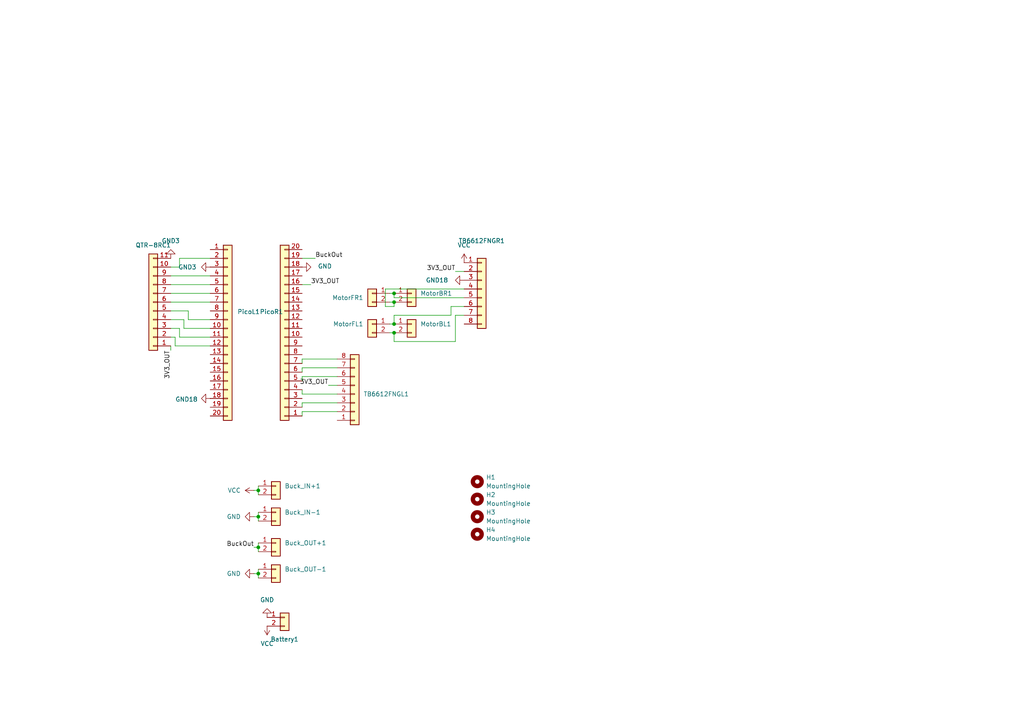
<source format=kicad_sch>
(kicad_sch (version 20250114) (generator "eeschema") (generator_version "9.0")
  (paper "A4")
  (lib_symbols
    (symbol "Connector_Generic:Conn_01x02" (pin_names (offset 1.016) (hide yes))
      (property "Reference" "J" (at 0 2.54 0))
      (property "Value" "Conn_01x02" (at 0 -5.08 0))
      (symbol "Conn_01x02_1_1"
        (rectangle (start -1.27 1.27) (end 1.27 -3.81) (stroke (width 0.254)) (fill (type background)))
        (rectangle (start -1.27 0.127) (end 0 -0.127) (stroke (width 0.1524)))
        (rectangle (start -1.27 -2.413) (end 0 -2.667) (stroke (width 0.1524)))
        (pin passive line (at -5.08 0 0) (length 3.81) (name "Pin_1") (number "1"))
        (pin passive line (at -5.08 -2.54 0) (length 3.81) (name "Pin_2") (number "2"))
      )
    )
    (symbol "Connector_Generic:Conn_01x08" (pin_names (offset 1.016) (hide yes))
      (property "Reference" "J" (at 0 10.16 0))
      (property "Value" "Conn_01x08" (at 0 -12.7 0))
      (symbol "Conn_01x08_1_1"
        (rectangle (start -1.27 8.89) (end 1.27 -11.43) (stroke (width 0.254)) (fill (type background)))
        (rectangle (start -1.27 7.747) (end 0 7.493) (stroke (width 0.1524)))
        (rectangle (start -1.27 5.207) (end 0 4.953) (stroke (width 0.1524)))
        (rectangle (start -1.27 2.667) (end 0 2.413) (stroke (width 0.1524)))
        (rectangle (start -1.27 0.127) (end 0 -0.127) (stroke (width 0.1524)))
        (rectangle (start -1.27 -2.413) (end 0 -2.667) (stroke (width 0.1524)))
        (rectangle (start -1.27 -4.953) (end 0 -5.207) (stroke (width 0.1524)))
        (rectangle (start -1.27 -7.493) (end 0 -7.747) (stroke (width 0.1524)))
        (rectangle (start -1.27 -10.033) (end 0 -10.287) (stroke (width 0.1524)))
        (pin passive line (at -5.08 7.62 0) (length 3.81) (name "Pin_1") (number "1"))
        (pin passive line (at -5.08 5.08 0) (length 3.81) (name "Pin_2") (number "2"))
        (pin passive line (at -5.08 2.54 0) (length 3.81) (name "Pin_3") (number "3"))
        (pin passive line (at -5.08 0 0) (length 3.81) (name "Pin_4") (number "4"))
        (pin passive line (at -5.08 -2.54 0) (length 3.81) (name "Pin_5") (number "5"))
        (pin passive line (at -5.08 -5.08 0) (length 3.81) (name "Pin_6") (number "6"))
        (pin passive line (at -5.08 -7.62 0) (length 3.81) (name "Pin_7") (number "7"))
        (pin passive line (at -5.08 -10.16 0) (length 3.81) (name "Pin_8") (number "8"))
      )
    )
    (symbol "Connector_Generic:Conn_01x11" (pin_names (offset 1.016) (hide yes))
      (property "Reference" "J" (at 0 15.24 0))
      (property "Value" "Conn_01x11" (at 0 -15.24 0))
      (symbol "Conn_01x11_1_1"
        (rectangle (start -1.27 13.97) (end 1.27 -13.97) (stroke (width 0.254)) (fill (type background)))
        (rectangle (start -1.27 12.827) (end 0 12.573) (stroke (width 0.1524)))
        (rectangle (start -1.27 10.287) (end 0 10.033) (stroke (width 0.1524)))
        (rectangle (start -1.27 7.747) (end 0 7.493) (stroke (width 0.1524)))
        (rectangle (start -1.27 5.207) (end 0 4.953) (stroke (width 0.1524)))
        (rectangle (start -1.27 2.667) (end 0 2.413) (stroke (width 0.1524)))
        (rectangle (start -1.27 0.127) (end 0 -0.127) (stroke (width 0.1524)))
        (rectangle (start -1.27 -2.413) (end 0 -2.667) (stroke (width 0.1524)))
        (rectangle (start -1.27 -4.953) (end 0 -5.207) (stroke (width 0.1524)))
        (rectangle (start -1.27 -7.493) (end 0 -7.747) (stroke (width 0.1524)))
        (rectangle (start -1.27 -10.033) (end 0 -10.287) (stroke (width 0.1524)))
        (rectangle (start -1.27 -12.573) (end 0 -12.827) (stroke (width 0.1524)))
        (pin passive line (at -5.08 12.7 0) (length 3.81) (name "Pin_1") (number "1"))
        (pin passive line (at -5.08 10.16 0) (length 3.81) (name "Pin_2") (number "2"))
        (pin passive line (at -5.08 7.62 0) (length 3.81) (name "Pin_3") (number "3"))
        (pin passive line (at -5.08 5.08 0) (length 3.81) (name "Pin_4") (number "4"))
        (pin passive line (at -5.08 2.54 0) (length 3.81) (name "Pin_5") (number "5"))
        (pin passive line (at -5.08 0 0) (length 3.81) (name "Pin_6") (number "6"))
        (pin passive line (at -5.08 -2.54 0) (length 3.81) (name "Pin_7") (number "7"))
        (pin passive line (at -5.08 -5.08 0) (length 3.81) (name "Pin_8") (number "8"))
        (pin passive line (at -5.08 -7.62 0) (length 3.81) (name "Pin_9") (number "9"))
        (pin passive line (at -5.08 -10.16 0) (length 3.81) (name "Pin_10") (number "10"))
        (pin passive line (at -5.08 -12.7 0) (length 3.81) (name "Pin_11") (number "11"))
      )
    )
    (symbol "Connector_Generic:Conn_01x20" (pin_names (offset 1.016) (hide yes))
      (property "Reference" "J" (at 0 25.4 0))
      (property "Value" "Conn_01x20" (at 0 -27.94 0))
      (symbol "Conn_01x20_1_1"
        (rectangle (start -1.27 24.13) (end 1.27 -26.67) (stroke (width 0.254)) (fill (type background)))
        (rectangle (start -1.27 22.987) (end 0 22.733) (stroke (width 0.1524)))
        (rectangle (start -1.27 20.447) (end 0 20.193) (stroke (width 0.1524)))
        (rectangle (start -1.27 17.907) (end 0 17.653) (stroke (width 0.1524)))
        (rectangle (start -1.27 15.367) (end 0 15.113) (stroke (width 0.1524)))
        (rectangle (start -1.27 12.827) (end 0 12.573) (stroke (width 0.1524)))
        (rectangle (start -1.27 10.287) (end 0 10.033) (stroke (width 0.1524)))
        (rectangle (start -1.27 7.747) (end 0 7.493) (stroke (width 0.1524)))
        (rectangle (start -1.27 5.207) (end 0 4.953) (stroke (width 0.1524)))
        (rectangle (start -1.27 2.667) (end 0 2.413) (stroke (width 0.1524)))
        (rectangle (start -1.27 0.127) (end 0 -0.127) (stroke (width 0.1524)))
        (rectangle (start -1.27 -2.413) (end 0 -2.667) (stroke (width 0.1524)))
        (rectangle (start -1.27 -4.953) (end 0 -5.207) (stroke (width 0.1524)))
        (rectangle (start -1.27 -7.493) (end 0 -7.747) (stroke (width 0.1524)))
        (rectangle (start -1.27 -10.033) (end 0 -10.287) (stroke (width 0.1524)))
        (rectangle (start -1.27 -12.573) (end 0 -12.827) (stroke (width 0.1524)))
        (rectangle (start -1.27 -15.113) (end 0 -15.367) (stroke (width 0.1524)))
        (rectangle (start -1.27 -17.653) (end 0 -17.907) (stroke (width 0.1524)))
        (rectangle (start -1.27 -20.193) (end 0 -20.447) (stroke (width 0.1524)))
        (rectangle (start -1.27 -22.733) (end 0 -22.987) (stroke (width 0.1524)))
        (rectangle (start -1.27 -25.273) (end 0 -25.527) (stroke (width 0.1524)))
        (pin passive line (at -5.08 22.86 0) (length 3.81) (name "Pin_1") (number "1"))
        (pin passive line (at -5.08 20.32 0) (length 3.81) (name "Pin_2") (number "2"))
        (pin passive line (at -5.08 17.78 0) (length 3.81) (name "Pin_3") (number "3"))
        (pin passive line (at -5.08 15.24 0) (length 3.81) (name "Pin_4") (number "4"))
        (pin passive line (at -5.08 12.7 0) (length 3.81) (name "Pin_5") (number "5"))
        (pin passive line (at -5.08 10.16 0) (length 3.81) (name "Pin_6") (number "6"))
        (pin passive line (at -5.08 7.62 0) (length 3.81) (name "Pin_7") (number "7"))
        (pin passive line (at -5.08 5.08 0) (length 3.81) (name "Pin_8") (number "8"))
        (pin passive line (at -5.08 2.54 0) (length 3.81) (name "Pin_9") (number "9"))
        (pin passive line (at -5.08 0 0) (length 3.81) (name "Pin_10") (number "10"))
        (pin passive line (at -5.08 -2.54 0) (length 3.81) (name "Pin_11") (number "11"))
        (pin passive line (at -5.08 -5.08 0) (length 3.81) (name "Pin_12") (number "12"))
        (pin passive line (at -5.08 -7.62 0) (length 3.81) (name "Pin_13") (number "13"))
        (pin passive line (at -5.08 -10.16 0) (length 3.81) (name "Pin_14") (number "14"))
        (pin passive line (at -5.08 -12.7 0) (length 3.81) (name "Pin_15") (number "15"))
        (pin passive line (at -5.08 -15.24 0) (length 3.81) (name "Pin_16") (number "16"))
        (pin passive line (at -5.08 -17.78 0) (length 3.81) (name "Pin_17") (number "17"))
        (pin passive line (at -5.08 -20.32 0) (length 3.81) (name "Pin_18") (number "18"))
        (pin passive line (at -5.08 -22.86 0) (length 3.81) (name "Pin_19") (number "19"))
        (pin passive line (at -5.08 -25.4 0) (length 3.81) (name "Pin_20") (number "20"))
      )
    )
    (symbol "Mechanical:MountingHole" (pin_names (offset 1.016)) (in_bom no)
      (property "Reference" "H" (at 0 5.08 0))
      (property "Value" "MountingHole" (at 0 3.175 0))
      (symbol "MountingHole_0_1"
        (circle (center 0 0) (radius 1.27) (stroke (width 1.27)))
      )
    )
    (symbol "power:GND" (power) (pin_numbers (hide yes)) (pin_names (offset 0) (hide yes))
      (property "Value" "GND" (at 0 -3.81 0))
      (symbol "GND_0_1"
        (polyline (pts (xy 0 0) (xy 0 -1.27) (xy 1.27 -1.27) (xy 0 -2.54) (xy -1.27 -1.27) (xy 0 -1.27)))
      )
      (symbol "GND_1_1"
        (pin power_in line (at 0 0 270) (length 0) (name "~") (number "1"))
      )
    )
    (symbol "power:VCC" (power) (pin_numbers (hide yes)) (pin_names (offset 0) (hide yes))
      (property "Value" "VCC" (at 0 3.556 0))
      (symbol "VCC_0_1"
        (polyline (pts (xy -0.762 1.27) (xy 0 2.54)))
        (polyline (pts (xy 0 2.54) (xy 0.762 1.27)))
        (polyline (pts (xy 0 0) (xy 0 2.54)))
      )
      (symbol "VCC_1_1"
        (pin power_in line (at 0 0 90) (length 0) (name "~") (number "1"))
      )
    )
  )
  (junction (at 74.93 142.24))
  (junction (at 74.93 149.86))
  (junction (at 114.3 93.98))
  (junction (at 114.3 87.63))
  (junction (at 114.3 85.09))
  (junction (at 114.3 96.52))
  (junction (at 74.93 158.75))
  (junction (at 74.93 166.37))
  (wire (pts (xy 49.53 92.71) (xy 53.34 92.71)))
  (wire (pts (xy 50.8 97.79) (xy 50.8 100.33)))
  (wire (pts (xy 53.34 92.71) (xy 53.34 95.25)))
  (wire (pts (xy 87.63 106.68) (xy 97.79 106.68)))
  (wire (pts (xy 74.93 149.86) (xy 74.93 151.13)))
  (wire (pts (xy 87.63 119.38) (xy 87.63 120.65)))
  (wire (pts (xy 114.3 99.06) (xy 114.3 96.52)))
  (wire (pts (xy 50.8 100.33) (xy 60.96 100.33)))
  (wire (pts (xy 74.93 158.75) (xy 74.93 160.02)))
  (wire (pts (xy 49.53 82.55) (xy 60.96 82.55)))
  (wire (pts (xy 73.66 142.24) (xy 74.93 142.24)))
  (wire (pts (xy 132.08 78.74) (xy 134.62 78.74)))
  (wire (pts (xy 73.66 149.86) (xy 74.93 149.86)))
  (wire (pts (xy 87.63 109.22) (xy 97.79 109.22)))
  (wire (pts (xy 111.76 83.82) (xy 111.76 88.9)))
  (wire (pts (xy 49.53 80.01) (xy 60.96 80.01)))
  (wire (pts (xy 130.81 88.9) (xy 134.62 88.9)))
  (wire (pts (xy 87.63 114.3) (xy 87.63 113.03)))
  (wire (pts (xy 87.63 114.3) (xy 97.79 114.3)))
  (wire (pts (xy 130.81 91.44) (xy 130.81 88.9)))
  (wire (pts (xy 90.17 82.55) (xy 87.63 82.55)))
  (wire (pts (xy 114.3 86.36) (xy 114.3 85.09)))
  (wire (pts (xy 87.63 104.14) (xy 97.79 104.14)))
  (wire (pts (xy 52.07 74.93) (xy 60.96 74.93)))
  (wire (pts (xy 73.66 158.75) (xy 74.93 158.75)))
  (wire (pts (xy 114.3 96.52) (xy 113.03 96.52)))
  (wire (pts (xy 49.53 85.09) (xy 60.96 85.09)))
  (wire (pts (xy 49.53 95.25) (xy 52.07 95.25)))
  (wire (pts (xy 74.93 140.97) (xy 74.93 142.24)))
  (wire (pts (xy 49.53 90.17) (xy 54.61 90.17)))
  (wire (pts (xy 132.08 91.44) (xy 132.08 99.06)))
  (wire (pts (xy 132.08 99.06) (xy 114.3 99.06)))
  (wire (pts (xy 74.93 166.37) (xy 74.93 167.64)))
  (wire (pts (xy 113.03 87.63) (xy 114.3 87.63)))
  (wire (pts (xy 49.53 77.47) (xy 52.07 77.47)))
  (wire (pts (xy 114.3 91.44) (xy 114.3 93.98)))
  (wire (pts (xy 54.61 92.71) (xy 60.96 92.71)))
  (wire (pts (xy 111.76 88.9) (xy 114.3 88.9)))
  (wire (pts (xy 49.53 101.6) (xy 49.53 100.33)))
  (wire (pts (xy 87.63 116.84) (xy 97.79 116.84)))
  (wire (pts (xy 52.07 97.79) (xy 60.96 97.79)))
  (wire (pts (xy 49.53 97.79) (xy 50.8 97.79)))
  (wire (pts (xy 73.66 166.37) (xy 74.93 166.37)))
  (wire (pts (xy 134.62 91.44) (xy 132.08 91.44)))
  (wire (pts (xy 74.93 142.24) (xy 74.93 143.51)))
  (wire (pts (xy 87.63 116.84) (xy 87.63 118.11)))
  (wire (pts (xy 52.07 95.25) (xy 52.07 97.79)))
  (wire (pts (xy 87.63 104.14) (xy 87.63 105.41)))
  (wire (pts (xy 52.07 77.47) (xy 52.07 74.93)))
  (wire (pts (xy 87.63 119.38) (xy 97.79 119.38)))
  (wire (pts (xy 114.3 93.98) (xy 113.03 93.98)))
  (wire (pts (xy 74.93 157.48) (xy 74.93 158.75)))
  (wire (pts (xy 53.34 95.25) (xy 60.96 95.25)))
  (wire (pts (xy 134.62 83.82) (xy 111.76 83.82)))
  (wire (pts (xy 54.61 90.17) (xy 54.61 92.71)))
  (wire (pts (xy 87.63 106.68) (xy 87.63 107.95)))
  (wire (pts (xy 114.3 88.9) (xy 114.3 87.63)))
  (wire (pts (xy 49.53 87.63) (xy 60.96 87.63)))
  (wire (pts (xy 91.44 74.93) (xy 87.63 74.93)))
  (wire (pts (xy 95.25 111.76) (xy 97.79 111.76)))
  (wire (pts (xy 74.93 148.59) (xy 74.93 149.86)))
  (wire (pts (xy 114.3 85.09) (xy 113.03 85.09)))
  (wire (pts (xy 134.62 86.36) (xy 114.3 86.36)))
  (wire (pts (xy 87.63 109.22) (xy 87.63 110.49)))
  (wire (pts (xy 74.93 165.1) (xy 74.93 166.37)))
  (wire (pts (xy 114.3 91.44) (xy 130.81 91.44)))
  (label "3V3_OUT" (at 132.08 78.74 180))
  (label "BuckOut" (at 73.66 158.75 180))
  (label "3V3_OUT" (at 49.53 101.6 270))
  (label "3V3_OUT" (at 95.25 111.76 180))
  (label "BuckOut" (at 91.44 74.93 0))
  (label "3V3_OUT" (at 90.17 82.55 0))
  (symbol (lib_id "Connector_Generic:Conn_01x02") (at 80.01 165.1 0) (unit 1)
    (property "Reference" "Buck_OUT-1" (at 82.55 165.0999 0) (effects (justify left)))
    (property "Value" "Conn_01x02" (effects (hide yes)))
    (property "Footprint" "Connector_PinHeader_2.54mm:PinHeader_1x02_P2.54mm_Vertical" (effects (hide yes)))
    (property "Description" "Generic connector, single row, 01x02, script generated (kicad-library-utils/schlib/autogen/connector/)" (effects (hide yes)))
  )
  (symbol (lib_id "power:GND") (at 134.62 81.28 270) (unit 1)
    (property "Reference" "#PWR04" (effects (hide yes)))
    (property "Value" "GND18" (at 126.746 81.28 90))
    (property "Description" "Power symbol creates a global label with name \"GND\" , ground" (effects (hide yes)))
  )
  (symbol (lib_id "power:VCC") (at 73.66 142.24 90) (mirror x) (unit 1)
    (property "Reference" "#PWR014" (effects (hide yes)))
    (property "Value" "VCC" (at 69.85 142.2399 90) (effects (justify left)))
    (property "Description" "Power symbol creates a global label with name \"VCC\"" (effects (hide yes)))
  )
  (symbol (lib_id "power:VCC") (at 134.62 76.2 0) (unit 1)
    (property "Reference" "#PWR011" (effects (hide yes)))
    (property "Value" "VCC" (at 134.62 71.12 0))
    (property "Description" "Power symbol creates a global label with name \"VCC\"" (effects (hide yes)))
  )
  (symbol (lib_id "Connector_Generic:Conn_01x02") (at 82.55 179.07 0) (unit 1)
    (property "Reference" "Battery1" (at 82.55 185.42 0))
    (property "Value" "Conn_01x02" (effects (hide yes)))
    (property "Footprint" "TerminalBlock_Phoenix:TerminalBlock_Phoenix_MKDS-1,5-2-5.08_1x02_P5.08mm_Horizontal" (effects (hide yes)))
    (property "Description" "Generic connector, single row, 01x02, script generated (kicad-library-utils/schlib/autogen/connector/)" (effects (hide yes)))
  )
  (symbol (lib_id "power:GND") (at 60.96 77.47 270) (unit 1)
    (property "Reference" "#PWR06" (effects (hide yes)))
    (property "Value" "GND3" (at 54.356 77.47 90))
    (property "Description" "Power symbol creates a global label with name \"GND\" , ground" (effects (hide yes)))
  )
  (symbol (lib_id "Mechanical:MountingHole") (at 138.43 149.86 0) (unit 1) (in_bom no)
    (property "Reference" "H3" (at 140.97 148.5899 0) (effects (justify left)))
    (property "Value" "MountingHole" (at 140.97 151.1299 0) (effects (justify left)))
    (property "Footprint" "MountingHole:MountingHole_3.2mm_M3" (effects (hide yes)))
    (property "Description" "Mounting Hole without connection" (effects (hide yes)))
  )
  (symbol (lib_id "power:GND") (at 87.63 77.47 90) (unit 1)
    (property "Reference" "#PWR015" (effects (hide yes)))
    (property "Value" "GND" (at 94.234 77.216 90))
    (property "Description" "Power symbol creates a global label with name \"GND\" , ground" (effects (hide yes)))
  )
  (symbol (lib_id "Connector_Generic:Conn_01x02") (at 119.38 93.98 0) (unit 1)
    (property "Reference" "MotorBL1" (at 121.92 93.9799 0) (effects (justify left)))
    (property "Value" "Conn_01x02" (effects (hide yes)))
    (property "Footprint" "TerminalBlock_Phoenix:TerminalBlock_Phoenix_MKDS-1,5-2-5.08_1x02_P5.08mm_Horizontal" (effects (hide yes)))
    (property "Description" "Generic connector, single row, 01x02, script generated (kicad-library-utils/schlib/autogen/connector/)" (effects (hide yes)))
  )
  (symbol (lib_id "power:GND") (at 73.66 149.86 270) (unit 1)
    (property "Reference" "#PWR013" (effects (hide yes)))
    (property "Value" "GND" (at 69.85 149.8599 90) (effects (justify right)))
    (property "Description" "Power symbol creates a global label with name \"GND\" , ground" (effects (hide yes)))
  )
  (symbol (lib_id "Connector_Generic:Conn_01x20") (at 82.55 97.79 180) (unit 1)
    (property "Reference" "PicoR1" (at 78.74 90.424 0))
    (property "Value" "Conn_01x20" (effects (hide yes)))
    (property "Footprint" "Connector_PinHeader_2.54mm:PinHeader_1x20_P2.54mm_Vertical" (effects (hide yes)))
    (property "Description" "Generic connector, single row, 01x20, script generated (kicad-library-utils/schlib/autogen/connector/)" (effects (hide yes)))
  )
  (symbol (lib_id "Mechanical:MountingHole") (at 138.43 144.78 0) (unit 1) (in_bom no)
    (property "Reference" "H2" (at 140.97 143.5099 0) (effects (justify left)))
    (property "Value" "MountingHole" (at 140.97 146.0499 0) (effects (justify left)))
    (property "Footprint" "MountingHole:MountingHole_3.2mm_M3" (effects (hide yes)))
    (property "Description" "Mounting Hole without connection" (effects (hide yes)))
  )
  (symbol (lib_id "Connector_Generic:Conn_01x02") (at 80.01 148.59 0) (unit 1)
    (property "Reference" "Buck_IN-1" (at 82.55 148.5899 0) (effects (justify left)))
    (property "Value" "Conn_01x02" (effects (hide yes)))
    (property "Footprint" "Connector_PinHeader_2.54mm:PinHeader_1x02_P2.54mm_Vertical" (effects (hide yes)))
    (property "Description" "Generic connector, single row, 01x02, script generated (kicad-library-utils/schlib/autogen/connector/)" (effects (hide yes)))
  )
  (symbol (lib_id "power:GND") (at 60.96 115.57 270) (unit 1)
    (property "Reference" "#PWR05" (effects (hide yes)))
    (property "Value" "GND18" (at 54.102 115.824 90))
    (property "Description" "Power symbol creates a global label with name \"GND\" , ground" (effects (hide yes)))
  )
  (symbol (lib_id "power:VCC") (at 77.47 181.61 180) (unit 1)
    (property "Reference" "#PWR01" (effects (hide yes)))
    (property "Value" "VCC" (at 77.47 186.69 0))
    (property "Description" "Power symbol creates a global label with name \"VCC\"" (effects (hide yes)))
  )
  (symbol (lib_id "Connector_Generic:Conn_01x02") (at 119.38 85.09 0) (unit 1)
    (property "Reference" "MotorBR1" (at 121.92 85.0899 0) (effects (justify left)))
    (property "Value" "Conn_01x02" (effects (hide yes)))
    (property "Footprint" "TerminalBlock_Phoenix:TerminalBlock_Phoenix_MKDS-1,5-2-5.08_1x02_P5.08mm_Horizontal" (effects (hide yes)))
    (property "Description" "Generic connector, single row, 01x02, script generated (kicad-library-utils/schlib/autogen/connector/)" (effects (hide yes)))
  )
  (symbol (lib_id "power:GND") (at 73.66 166.37 270) (unit 1)
    (property "Reference" "#PWR012" (effects (hide yes)))
    (property "Value" "GND" (at 69.85 166.3699 90) (effects (justify right)))
    (property "Description" "Power symbol creates a global label with name \"GND\" , ground" (effects (hide yes)))
  )
  (symbol (lib_id "power:GND") (at 49.53 74.93 0) (mirror x) (unit 1)
    (property "Reference" "#PWR07" (effects (hide yes)))
    (property "Value" "GND3" (at 49.53 69.85 0))
    (property "Description" "Power symbol creates a global label with name \"GND\" , ground" (effects (hide yes)))
  )
  (symbol (lib_id "Mechanical:MountingHole") (at 138.43 139.7 0) (unit 1) (in_bom no)
    (property "Reference" "H1" (at 140.97 138.4299 0) (effects (justify left)))
    (property "Value" "MountingHole" (at 140.97 140.9699 0) (effects (justify left)))
    (property "Footprint" "MountingHole:MountingHole_3.2mm_M3" (effects (hide yes)))
    (property "Description" "Mounting Hole without connection" (effects (hide yes)))
  )
  (symbol (lib_id "Connector_Generic:Conn_01x11") (at 44.45 87.63 180) (unit 1)
    (property "Reference" "QTR-8RC1" (at 44.45 71.12 0))
    (property "Value" "Conn_01x11" (effects (hide yes)))
    (property "Footprint" "Connector_PinHeader_2.54mm:PinHeader_1x11_P2.54mm_Vertical" (effects (hide yes)))
    (property "Description" "Generic connector, single row, 01x11, script generated (kicad-library-utils/schlib/autogen/connector/)" (effects (hide yes)))
  )
  (symbol (lib_id "Mechanical:MountingHole") (at 138.43 154.94 0) (unit 1) (in_bom no)
    (property "Reference" "H4" (at 140.97 153.6699 0) (effects (justify left)))
    (property "Value" "MountingHole" (at 140.97 156.2099 0) (effects (justify left)))
    (property "Footprint" "MountingHole:MountingHole_3.2mm_M3" (effects (hide yes)))
    (property "Description" "Mounting Hole without connection" (effects (hide yes)))
  )
  (symbol (lib_id "Connector_Generic:Conn_01x20") (at 66.04 95.25 0) (unit 1)
    (property "Reference" "PicoL1" (at 68.834 90.424 0) (effects (justify left)))
    (property "Value" "Conn_01x20" (effects (hide yes)))
    (property "Footprint" "Connector_PinHeader_2.54mm:PinHeader_1x20_P2.54mm_Vertical" (effects (hide yes)))
    (property "Description" "Generic connector, single row, 01x20, script generated (kicad-library-utils/schlib/autogen/connector/)" (effects (hide yes)))
  )
  (symbol (lib_id "Connector_Generic:Conn_01x08") (at 102.87 114.3 0) (mirror x) (unit 1)
    (property "Reference" "TB6612FNGL1" (at 105.41 114.3001 0) (effects (justify left)))
    (property "Value" "Conn_01x08" (effects (hide yes)))
    (property "Footprint" "Connector_PinHeader_2.54mm:PinHeader_1x08_P2.54mm_Vertical" (effects (hide yes)))
    (property "Description" "Generic connector, single row, 01x08, script generated (kicad-library-utils/schlib/autogen/connector/)" (effects (hide yes)))
  )
  (symbol (lib_id "Connector_Generic:Conn_01x02") (at 107.95 85.09 0) (mirror y) (unit 1)
    (property "Reference" "MotorFR1" (at 105.41 86.3599 0) (effects (justify left)))
    (property "Value" "Conn_01x02" (effects (hide yes)))
    (property "Footprint" "TerminalBlock_Phoenix:TerminalBlock_Phoenix_MKDS-1,5-2-5.08_1x02_P5.08mm_Horizontal" (effects (hide yes)))
    (property "Description" "Generic connector, single row, 01x02, script generated (kicad-library-utils/schlib/autogen/connector/)" (effects (hide yes)))
  )
  (symbol (lib_id "Connector_Generic:Conn_01x08") (at 139.7 83.82 0) (unit 1)
    (property "Reference" "TB6612FNGR1" (at 139.7 69.85 0))
    (property "Value" "Conn_01x08" (effects (hide yes)))
    (property "Footprint" "Connector_PinHeader_2.54mm:PinHeader_1x08_P2.54mm_Vertical" (effects (hide yes)))
    (property "Description" "Generic connector, single row, 01x08, script generated (kicad-library-utils/schlib/autogen/connector/)" (effects (hide yes)))
  )
  (symbol (lib_id "power:GND") (at 77.47 179.07 180) (unit 1)
    (property "Reference" "#PWR02" (effects (hide yes)))
    (property "Value" "GND" (at 77.47 173.99 0))
    (property "Description" "Power symbol creates a global label with name \"GND\" , ground" (effects (hide yes)))
  )
  (symbol (lib_id "Connector_Generic:Conn_01x02") (at 80.01 140.97 0) (unit 1)
    (property "Reference" "Buck_IN+1" (at 82.55 140.9699 0) (effects (justify left)))
    (property "Value" "Conn_01x02" (effects (hide yes)))
    (property "Footprint" "Connector_PinHeader_2.54mm:PinHeader_1x02_P2.54mm_Vertical" (effects (hide yes)))
    (property "Description" "Generic connector, single row, 01x02, script generated (kicad-library-utils/schlib/autogen/connector/)" (effects (hide yes)))
  )
  (symbol (lib_id "Connector_Generic:Conn_01x02") (at 107.95 93.98 0) (mirror y) (unit 1)
    (property "Reference" "MotorFL1" (at 105.41 93.9799 0) (effects (justify left)))
    (property "Value" "Conn_01x02" (effects (hide yes)))
    (property "Footprint" "TerminalBlock_Phoenix:TerminalBlock_Phoenix_MKDS-1,5-2-5.08_1x02_P5.08mm_Horizontal" (effects (hide yes)))
    (property "Description" "Generic connector, single row, 01x02, script generated (kicad-library-utils/schlib/autogen/connector/)" (effects (hide yes)))
  )
  (symbol (lib_id "Connector_Generic:Conn_01x02") (at 80.01 157.48 0) (unit 1)
    (property "Reference" "Buck_OUT+1" (at 82.55 157.4799 0) (effects (justify left)))
    (property "Value" "Conn_01x02" (effects (hide yes)))
    (property "Footprint" "Connector_PinHeader_2.54mm:PinHeader_1x02_P2.54mm_Vertical" (effects (hide yes)))
    (property "Description" "Generic connector, single row, 01x02, script generated (kicad-library-utils/schlib/autogen/connector/)" (effects (hide yes)))
  )
)
</source>
